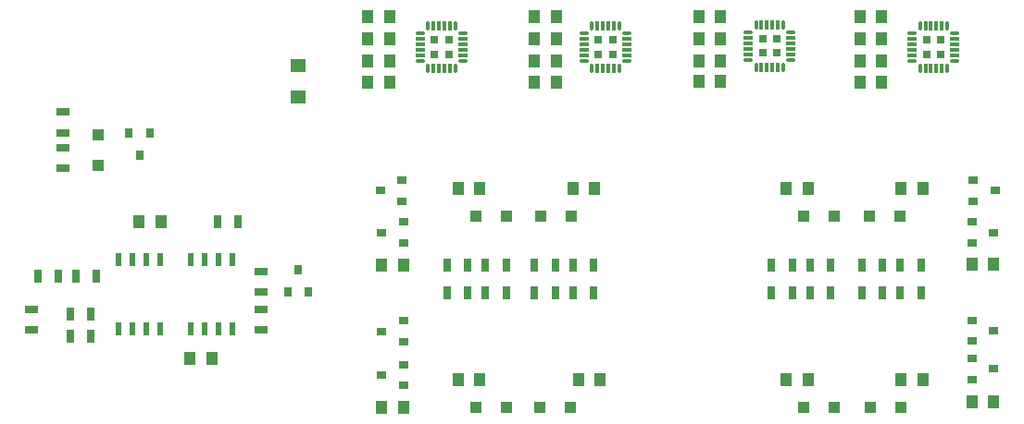
<source format=gbr>
G04 #@! TF.FileFunction,Paste,Bot*
%FSLAX46Y46*%
G04 Gerber Fmt 4.6, Leading zero omitted, Abs format (unit mm)*
G04 Created by KiCad (PCBNEW 4.0.7) date 12/07/17 00:39:05*
%MOMM*%
%LPD*%
G01*
G04 APERTURE LIST*
%ADD10C,0.100000*%
%ADD11R,0.700000X1.300000*%
%ADD12R,1.000000X1.250000*%
%ADD13R,0.508000X1.143000*%
%ADD14R,1.300000X0.700000*%
%ADD15R,1.400000X1.300000*%
%ADD16R,1.100000X1.100000*%
%ADD17R,0.900000X0.800000*%
%ADD18R,0.800000X0.900000*%
%ADD19O,0.850000X0.300000*%
%ADD20R,0.850000X0.300000*%
%ADD21O,0.300000X0.850000*%
%ADD22R,0.300000X0.850000*%
%ADD23R,0.780000X0.780000*%
G04 APERTURE END LIST*
D10*
D11*
X178172250Y-100500000D03*
X180072250Y-100500000D03*
X174672250Y-103000000D03*
X176572250Y-103000000D03*
X174672250Y-100500000D03*
X176572250Y-100500000D03*
X178172250Y-103000000D03*
X180072250Y-103000000D03*
X184827750Y-103000000D03*
X182927750Y-103000000D03*
X188327750Y-100500000D03*
X186427750Y-100500000D03*
X188327750Y-103000000D03*
X186427750Y-103000000D03*
X184827750Y-100500000D03*
X182927750Y-100500000D03*
X148500000Y-103000000D03*
X150400000Y-103000000D03*
X144996000Y-100500000D03*
X146896000Y-100500000D03*
X148500000Y-100500000D03*
X150400000Y-100500000D03*
X144996000Y-102998000D03*
X146896000Y-102998000D03*
D12*
X139750000Y-83750000D03*
X137750000Y-83750000D03*
D13*
X114935000Y-106299000D03*
X116205000Y-106299000D03*
X117475000Y-106299000D03*
X118745000Y-106299000D03*
X118745000Y-99949000D03*
X117475000Y-99949000D03*
X116205000Y-99949000D03*
X114935000Y-99949000D03*
X125349000Y-99949000D03*
X124079000Y-99949000D03*
X122809000Y-99949000D03*
X121539000Y-99949000D03*
X121539000Y-106299000D03*
X122809000Y-106299000D03*
X124079000Y-106299000D03*
X125349000Y-106299000D03*
D12*
X116856000Y-96520000D03*
X118856000Y-96520000D03*
X123500000Y-109000000D03*
X121500000Y-109000000D03*
D11*
X110550000Y-107000000D03*
X112450000Y-107000000D03*
X110550000Y-105000000D03*
X112450000Y-105000000D03*
D14*
X128000000Y-101050000D03*
X128000000Y-102950000D03*
X128000000Y-104550000D03*
X128000000Y-106450000D03*
D11*
X125918000Y-96520000D03*
X124018000Y-96520000D03*
X109450000Y-101500000D03*
X107550000Y-101500000D03*
X112950000Y-101500000D03*
X111050000Y-101500000D03*
D14*
X107000000Y-104550000D03*
X107000000Y-106450000D03*
D12*
X139750000Y-81750000D03*
X137750000Y-81750000D03*
X139750000Y-79750000D03*
X137750000Y-79750000D03*
X139750000Y-77750000D03*
X137750000Y-77750000D03*
X146000000Y-93500000D03*
X148000000Y-93500000D03*
X156500000Y-93500000D03*
X158500000Y-93500000D03*
X141000000Y-100500000D03*
X139000000Y-100500000D03*
X170028000Y-83666000D03*
X168028000Y-83666000D03*
X170000000Y-81750000D03*
X168000000Y-81750000D03*
X170000000Y-79750000D03*
X168000000Y-79750000D03*
X155000000Y-77750000D03*
X153000000Y-77750000D03*
X146000000Y-111000000D03*
X148000000Y-111000000D03*
X157000000Y-111000000D03*
X159000000Y-111000000D03*
X141000000Y-113500000D03*
X139000000Y-113500000D03*
X154978000Y-83716000D03*
X152978000Y-83716000D03*
X155000000Y-81750000D03*
X153000000Y-81750000D03*
X155000000Y-79750000D03*
X153000000Y-79750000D03*
X170000000Y-77750000D03*
X168000000Y-77750000D03*
X176000000Y-93500000D03*
X178000000Y-93500000D03*
X186500000Y-93500000D03*
X188500000Y-93500000D03*
X193000000Y-100416000D03*
X195000000Y-100416000D03*
X184750000Y-83750000D03*
X182750000Y-83750000D03*
X184750000Y-81750000D03*
X182750000Y-81750000D03*
X184750000Y-79750000D03*
X182750000Y-79750000D03*
X184750000Y-77750000D03*
X182750000Y-77750000D03*
X176000000Y-111000000D03*
X178000000Y-111000000D03*
X186500000Y-111000000D03*
X188500000Y-111000000D03*
X193000000Y-113000000D03*
X195000000Y-113000000D03*
D15*
X131378000Y-85116000D03*
X131378000Y-82216000D03*
D16*
X113128000Y-88516000D03*
X113128000Y-91316000D03*
X147600000Y-96000000D03*
X150400000Y-96000000D03*
X153600000Y-96000000D03*
X156400000Y-96000000D03*
D17*
X140878000Y-92716000D03*
X140878000Y-94616000D03*
X138878000Y-93666000D03*
X141000000Y-96550000D03*
X141000000Y-98450000D03*
X139000000Y-97500000D03*
D16*
X147600000Y-113500000D03*
X150400000Y-113500000D03*
X153500000Y-113500000D03*
X156300000Y-113500000D03*
D17*
X141000000Y-105600000D03*
X141000000Y-107500000D03*
X139000000Y-106550000D03*
X141000000Y-109600000D03*
X141000000Y-111500000D03*
X139000000Y-110550000D03*
D16*
X177600000Y-96000000D03*
X180400000Y-96000000D03*
X183600000Y-96000000D03*
X186400000Y-96000000D03*
D17*
X193128000Y-94616000D03*
X193128000Y-92716000D03*
X195128000Y-93666000D03*
X193000000Y-98450000D03*
X193000000Y-96550000D03*
X195000000Y-97500000D03*
D16*
X177600000Y-113500000D03*
X180400000Y-113500000D03*
X183700000Y-113500000D03*
X186500000Y-113500000D03*
D17*
X193000000Y-107450000D03*
X193000000Y-105550000D03*
X195000000Y-106500000D03*
X193000000Y-110950000D03*
X193000000Y-109050000D03*
X195000000Y-110000000D03*
D18*
X115928000Y-88416000D03*
X117828000Y-88416000D03*
X116878000Y-90416000D03*
X132328000Y-102916000D03*
X130428000Y-102916000D03*
X131378000Y-100916000D03*
D14*
X109878000Y-86466000D03*
X109878000Y-88366000D03*
X109878000Y-91616000D03*
X109878000Y-89716000D03*
D11*
X158400000Y-100500000D03*
X156500000Y-100500000D03*
X154900000Y-100500000D03*
X153000000Y-100500000D03*
X158400000Y-103000000D03*
X156500000Y-103000000D03*
X154900000Y-103000000D03*
X153000000Y-103000000D03*
D19*
X142550000Y-81750000D03*
D20*
X142550000Y-81250000D03*
X142550000Y-80750000D03*
X142550000Y-80250000D03*
X142550000Y-79750000D03*
D19*
X142550000Y-79250000D03*
D21*
X143250000Y-78550000D03*
D22*
X143750000Y-78550000D03*
X144250000Y-78550000D03*
X144750000Y-78550000D03*
X145250000Y-78550000D03*
D21*
X145750000Y-78550000D03*
D19*
X146450000Y-79250000D03*
D20*
X146450000Y-79750000D03*
X146450000Y-80250000D03*
X146450000Y-80750000D03*
X146450000Y-81250000D03*
D19*
X146450000Y-81750000D03*
D21*
X145750000Y-82450000D03*
D22*
X145250000Y-82450000D03*
X144750000Y-82450000D03*
X144250000Y-82450000D03*
X143750000Y-82450000D03*
D21*
X143250000Y-82450000D03*
D23*
X145150000Y-79850000D03*
X145150000Y-81150000D03*
X143850000Y-79850000D03*
X143850000Y-81150000D03*
D19*
X157550000Y-81750000D03*
D20*
X157550000Y-81250000D03*
X157550000Y-80750000D03*
X157550000Y-80250000D03*
X157550000Y-79750000D03*
D19*
X157550000Y-79250000D03*
D21*
X158250000Y-78550000D03*
D22*
X158750000Y-78550000D03*
X159250000Y-78550000D03*
X159750000Y-78550000D03*
X160250000Y-78550000D03*
D21*
X160750000Y-78550000D03*
D19*
X161450000Y-79250000D03*
D20*
X161450000Y-79750000D03*
X161450000Y-80250000D03*
X161450000Y-80750000D03*
X161450000Y-81250000D03*
D19*
X161450000Y-81750000D03*
D21*
X160750000Y-82450000D03*
D22*
X160250000Y-82450000D03*
X159750000Y-82450000D03*
X159250000Y-82450000D03*
X158750000Y-82450000D03*
D21*
X158250000Y-82450000D03*
D23*
X160150000Y-79850000D03*
X160150000Y-81150000D03*
X158850000Y-79850000D03*
X158850000Y-81150000D03*
D19*
X172550000Y-81650000D03*
D20*
X172550000Y-81150000D03*
X172550000Y-80650000D03*
X172550000Y-80150000D03*
X172550000Y-79650000D03*
D19*
X172550000Y-79150000D03*
D21*
X173250000Y-78450000D03*
D22*
X173750000Y-78450000D03*
X174250000Y-78450000D03*
X174750000Y-78450000D03*
X175250000Y-78450000D03*
D21*
X175750000Y-78450000D03*
D19*
X176450000Y-79150000D03*
D20*
X176450000Y-79650000D03*
X176450000Y-80150000D03*
X176450000Y-80650000D03*
X176450000Y-81150000D03*
D19*
X176450000Y-81650000D03*
D21*
X175750000Y-82350000D03*
D22*
X175250000Y-82350000D03*
X174750000Y-82350000D03*
X174250000Y-82350000D03*
X173750000Y-82350000D03*
D21*
X173250000Y-82350000D03*
D23*
X175150000Y-79750000D03*
X175150000Y-81050000D03*
X173850000Y-79750000D03*
X173850000Y-81050000D03*
D19*
X187550000Y-81750000D03*
D20*
X187550000Y-81250000D03*
X187550000Y-80750000D03*
X187550000Y-80250000D03*
X187550000Y-79750000D03*
D19*
X187550000Y-79250000D03*
D21*
X188250000Y-78550000D03*
D22*
X188750000Y-78550000D03*
X189250000Y-78550000D03*
X189750000Y-78550000D03*
X190250000Y-78550000D03*
D21*
X190750000Y-78550000D03*
D19*
X191450000Y-79250000D03*
D20*
X191450000Y-79750000D03*
X191450000Y-80250000D03*
X191450000Y-80750000D03*
X191450000Y-81250000D03*
D19*
X191450000Y-81750000D03*
D21*
X190750000Y-82450000D03*
D22*
X190250000Y-82450000D03*
X189750000Y-82450000D03*
X189250000Y-82450000D03*
X188750000Y-82450000D03*
D21*
X188250000Y-82450000D03*
D23*
X190150000Y-79850000D03*
X190150000Y-81150000D03*
X188850000Y-79850000D03*
X188850000Y-81150000D03*
M02*

</source>
